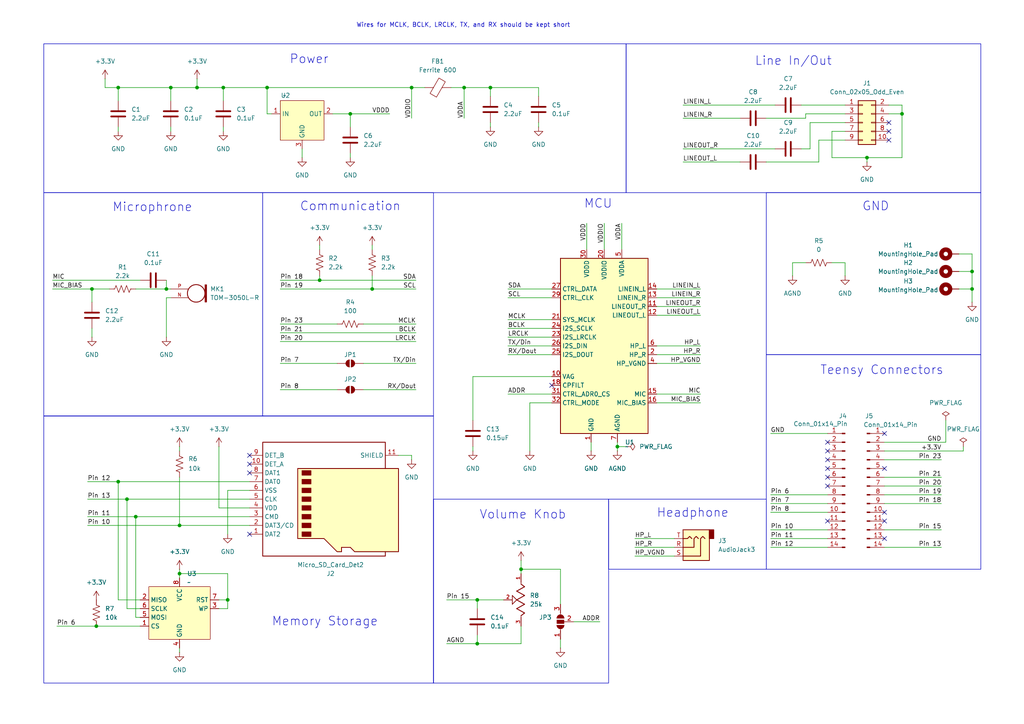
<source format=kicad_sch>
(kicad_sch (version 20231120) (generator "eeschema") (generator_version "8.0")
  (paper "A4")
  (lib_symbols
    (symbol "23LC1024T-ISN:23LC1024T-ISN"
      (property "Reference" "U" (at 0 0 0))
      (symbol "23LC1024T-ISN_1_1"
        (pin bidirectional line (at -2.54 3.81 0) (length 2.54) (name "CS") (number "1"))
        (pin bidirectional line (at -2.54 11.43 0) (length 2.54) (name "MISO") (number "2"))
        (pin bidirectional line (at 20.32 8.89 180) (length 2.54) (name "WP") (number "3"))
        (pin power_in line (at 8.89 -2.54 90) (length 2.54) (name "GND") (number "4"))
        (pin bidirectional line (at -2.54 6.35 0) (length 2.54) (name "MOSI") (number "5"))
        (pin bidirectional line (at -2.54 8.89 0) (length 2.54) (name "SCLK") (number "6"))
        (pin bidirectional line (at 20.32 11.43 180) (length 2.54) (name "RST") (number "7"))
        (pin power_in line (at 8.89 17.78 270) (length 2.54) (name "VCC") (number "8"))
      )
    )
    (symbol "3352T-1-253LF:3352T-1-253LF" (pin_names (offset 1.016))
      (property "Reference" "R" (at -5.08 5.08 0))
      (property "Value" "3352T-1-253LF" (at -5.08 2.54 0))
      (symbol "3352T-1-253LF_0_0"
        (pin passive line (at -7.62 0 0) (length 2.54) (name "~") (number "1"))
        (pin passive line (at 0 -5.08 90) (length 2.54) (name "~") (number "2"))
        (pin passive line (at 7.62 0 180) (length 2.54) (name "~") (number "3"))
      )
    )
    (symbol "AP7313-18SAG-7:AP7313-18SAG-7"
      (property "Reference" "U2" (at 2.794 11.684 0))
      (property "Value" "~" (at 2.54 11.684 0))
      (symbol "AP7313-18SAG-7_1_1"
        (pin power_in line (at -1.27 6.35 0) (length 2.54) (name "IN") (number "1"))
        (pin power_out line (at 16.51 6.35 180) (length 2.54) (name "OUT") (number "2"))
        (pin power_in line (at 7.62 -3.81 90) (length 2.54) (name "GND") (number "3"))
      )
    )
    (symbol "Connector:Conn_01x14_Pin" (pin_names (offset 1.016) hide)
      (property "Reference" "J" (at 0 17.78 0))
      (property "Value" "Conn_01x14_Pin" (at 0 -20.32 0))
      (symbol "Conn_01x14_Pin_1_1"
        (pin passive line (at 5.08 15.24 180) (length 3.81) (name "Pin_1") (number "1"))
        (pin passive line (at 5.08 -7.62 180) (length 3.81) (name "Pin_10") (number "10"))
        (pin passive line (at 5.08 -10.16 180) (length 3.81) (name "Pin_11") (number "11"))
        (pin passive line (at 5.08 -12.7 180) (length 3.81) (name "Pin_12") (number "12"))
        (pin passive line (at 5.08 -15.24 180) (length 3.81) (name "Pin_13") (number "13"))
        (pin passive line (at 5.08 -17.78 180) (length 3.81) (name "Pin_14") (number "14"))
        (pin passive line (at 5.08 12.7 180) (length 3.81) (name "Pin_2") (number "2"))
        (pin passive line (at 5.08 10.16 180) (length 3.81) (name "Pin_3") (number "3"))
        (pin passive line (at 5.08 7.62 180) (length 3.81) (name "Pin_4") (number "4"))
        (pin passive line (at 5.08 5.08 180) (length 3.81) (name "Pin_5") (number "5"))
        (pin passive line (at 5.08 2.54 180) (length 3.81) (name "Pin_6") (number "6"))
        (pin passive line (at 5.08 0 180) (length 3.81) (name "Pin_7") (number "7"))
        (pin passive line (at 5.08 -2.54 180) (length 3.81) (name "Pin_8") (number "8"))
        (pin passive line (at 5.08 -5.08 180) (length 3.81) (name "Pin_9") (number "9"))
      )
    )
    (symbol "Connector:Micro_SD_Card_Det2"
      (property "Reference" "J" (at -16.51 17.78 0))
      (property "Value" "Micro_SD_Card_Det2" (at 16.51 17.78 0))
      (symbol "Micro_SD_Card_Det2_1_1"
        (pin bidirectional line (at -22.86 10.16 0) (length 3.81) (name "DAT2") (number "1"))
        (pin passive line (at -22.86 -10.16 0) (length 3.81) (name "DET_A") (number "10"))
        (pin passive line (at 20.32 -12.7 180) (length 3.81) (name "SHIELD") (number "11"))
        (pin bidirectional line (at -22.86 7.62 0) (length 3.81) (name "DAT3/CD") (number "2"))
        (pin input line (at -22.86 5.08 0) (length 3.81) (name "CMD") (number "3"))
        (pin power_in line (at -22.86 2.54 0) (length 3.81) (name "VDD") (number "4"))
        (pin input line (at -22.86 0 0) (length 3.81) (name "CLK") (number "5"))
        (pin power_in line (at -22.86 -2.54 0) (length 3.81) (name "VSS") (number "6"))
        (pin bidirectional line (at -22.86 -5.08 0) (length 3.81) (name "DAT0") (number "7"))
        (pin bidirectional line (at -22.86 -7.62 0) (length 3.81) (name "DAT1") (number "8"))
        (pin passive line (at -22.86 -12.7 0) (length 3.81) (name "DET_B") (number "9"))
      )
    )
    (symbol "Connector_Audio:AudioJack3"
      (property "Reference" "J" (at 0 8.89 0))
      (property "Value" "AudioJack3" (at 0 6.35 0))
      (symbol "AudioJack3_1_1"
        (pin passive line (at 5.08 0 180) (length 2.54) (name "~") (number "R"))
        (pin passive line (at 5.08 2.54 180) (length 2.54) (name "~") (number "S"))
        (pin passive line (at 5.08 -2.54 180) (length 2.54) (name "~") (number "T"))
      )
    )
    (symbol "Connector_Generic:Conn_02x05_Odd_Even" (pin_names (offset 1.016) hide)
      (property "Reference" "J" (at 1.27 7.62 0))
      (property "Value" "Conn_02x05_Odd_Even" (at 1.27 -7.62 0))
      (symbol "Conn_02x05_Odd_Even_1_1"
        (pin passive line (at -5.08 5.08 0) (length 3.81) (name "Pin_1") (number "1"))
        (pin passive line (at 7.62 -5.08 180) (length 3.81) (name "Pin_10") (number "10"))
        (pin passive line (at 7.62 5.08 180) (length 3.81) (name "Pin_2") (number "2"))
        (pin passive line (at -5.08 2.54 0) (length 3.81) (name "Pin_3") (number "3"))
        (pin passive line (at 7.62 2.54 180) (length 3.81) (name "Pin_4") (number "4"))
        (pin passive line (at -5.08 0 0) (length 3.81) (name "Pin_5") (number "5"))
        (pin passive line (at 7.62 0 180) (length 3.81) (name "Pin_6") (number "6"))
        (pin passive line (at -5.08 -2.54 0) (length 3.81) (name "Pin_7") (number "7"))
        (pin passive line (at 7.62 -2.54 180) (length 3.81) (name "Pin_8") (number "8"))
        (pin passive line (at -5.08 -5.08 0) (length 3.81) (name "Pin_9") (number "9"))
      )
    )
    (symbol "Device:C" (pin_numbers hide) (pin_names (offset 0.254))
      (property "Reference" "C" (at 0.635 2.54 0))
      (property "Value" "C" (at 0.635 -2.54 0))
      (symbol "C_1_1"
        (pin passive line (at 0 3.81 270) (length 2.794) (name "~") (number "1"))
        (pin passive line (at 0 -3.81 90) (length 2.794) (name "~") (number "2"))
      )
    )
    (symbol "Device:FerriteBead" (pin_numbers hide) (pin_names (offset 0))
      (property "Reference" "FB1" (at 7.62 0.0508 90))
      (property "Value" "Ferrite 600" (at 5.08 0.0508 90))
      (symbol "FerriteBead_1_1"
        (pin power_in line (at 0 3.81 270) (length 2.54) (name "~") (number "1"))
        (pin power_out line (at 0 -3.81 90) (length 2.54) (name "~") (number "2"))
      )
    )
    (symbol "Device:R_US" (pin_numbers hide) (pin_names (offset 0))
      (property "Reference" "R" (at 2.54 0 90))
      (property "Value" "R_US" (at -2.54 0 90))
      (symbol "R_US_1_1"
        (pin passive line (at 0 3.81 270) (length 1.27) (name "~") (number "1"))
        (pin passive line (at 0 -3.81 90) (length 1.27) (name "~") (number "2"))
      )
    )
    (symbol "Jumper:SolderJumper_2_Open" (pin_numbers hide) (pin_names (offset 0) hide) (exclude_from_sim yes) (in_bom no)
      (property "Reference" "JP" (at 0 2.032 0))
      (property "Value" "SolderJumper_2_Open" (at 0 -2.54 0))
      (symbol "SolderJumper_2_Open_1_1"
        (pin passive line (at -3.81 0 0) (length 2.54) (name "A") (number "1"))
        (pin passive line (at 3.81 0 180) (length 2.54) (name "B") (number "2"))
      )
    )
    (symbol "Jumper:SolderJumper_3_Open" (pin_names (offset 0) hide) (exclude_from_sim yes) (in_bom no)
      (property "Reference" "JP" (at -2.54 -2.54 0))
      (property "Value" "SolderJumper_3_Open" (at 0 2.794 0))
      (symbol "SolderJumper_3_Open_1_1"
        (pin passive line (at -5.08 0 0) (length 2.54) (name "A") (number "1"))
        (pin passive line (at 0 -3.81 90) (length 2.54) (name "C") (number "2"))
        (pin passive line (at 5.08 0 180) (length 2.54) (name "B") (number "3"))
      )
    )
    (symbol "Mechanical:MountingHole_Pad" (pin_numbers hide) (pin_names (offset 1.016) hide) (exclude_from_sim yes) (in_bom no)
      (property "Reference" "H" (at 0 6.35 0))
      (property "Value" "MountingHole_Pad" (at 0 4.445 0))
      (symbol "MountingHole_Pad_1_1"
        (pin input line (at 0 -2.54 90) (length 2.54) (name "1") (number "1"))
      )
    )
    (symbol "SGTL5000XNBA3:SGTL5000XNBA3"
      (property "Reference" "U" (at 0 0 0))
      (symbol "SGTL5000XNBA3_1_1"
        (pin power_in line (at 8.89 -2.54 90) (length 2.54) (name "GND") (number "1"))
        (pin passive line (at -2.54 16.51 0) (length 2.54) (name "VAG") (number "10"))
        (pin output line (at 27.94 36.83 180) (length 2.54) (name "LINEOUT_R") (number "11"))
        (pin output line (at 27.94 34.29 180) (length 2.54) (name "LINEOUT_L") (number "12"))
        (pin input line (at 27.94 39.37 180) (length 2.54) (name "LINEIN_R") (number "13"))
        (pin input line (at 27.94 41.91 180) (length 2.54) (name "LINEIN_L") (number "14"))
        (pin input line (at 27.94 11.43 180) (length 2.54) (name "MIC") (number "15"))
        (pin input line (at 27.94 8.89 180) (length 2.54) (name "MIC_BIAS") (number "16"))
        (pin no_connect line (at 22.86 0 0) (length 2.54) hide (name "NC") (number "17"))
        (pin input line (at -2.54 13.97 0) (length 2.54) (name "CPFILT") (number "18"))
        (pin no_connect line (at 22.86 17.78 0) (length 2.54) hide (name "NC") (number "19"))
        (pin output line (at 27.94 22.86 180) (length 2.54) (name "HP_R") (number "2"))
        (pin power_in line (at 12.7 53.34 270) (length 2.54) (name "VDDIO") (number "20"))
        (pin input line (at -2.54 33.02 0) (length 2.54) (name "SYS_MCLK") (number "21"))
        (pin no_connect line (at 22.86 15.24 0) (length 2.54) hide (name "NC") (number "22"))
        (pin input line (at -2.54 27.94 0) (length 2.54) (name "I2S_LRCLK") (number "23"))
        (pin input line (at -2.54 30.48 0) (length 2.54) (name "I2S_SCLK") (number "24"))
        (pin output line (at -2.54 22.86 0) (length 2.54) (name "I2S_DOUT") (number "25"))
        (pin input line (at -2.54 25.4 0) (length 2.54) (name "I2S_DIN") (number "26"))
        (pin input line (at -2.54 41.91 0) (length 2.54) (name "CTRL_DATA") (number "27"))
        (pin no_connect line (at 22.86 12.7 0) (length 2.54) hide (name "NC") (number "28"))
        (pin input line (at -2.54 39.37 0) (length 2.54) (name "CTRL_CLK") (number "29"))
        (pin passive line (at 8.89 -2.54 90) (length 2.54) hide (name "GND") (number "3"))
        (pin power_in line (at 7.62 53.34 270) (length 2.54) (name "VDDD") (number "30"))
        (pin input line (at -2.54 11.43 0) (length 2.54) (name "CTRL_ADR0_CS") (number "31"))
        (pin input line (at -2.54 8.89 0) (length 2.54) (name "CTRL_MODE") (number "32"))
        (pin passive line (at 8.89 -2.54 90) (length 2.54) hide (name "GND") (number "33"))
        (pin power_out line (at 27.94 20.32 180) (length 2.54) (name "HP_VGND") (number "4"))
        (pin power_in line (at 17.78 53.34 270) (length 2.54) (name "VDDA") (number "5"))
        (pin output line (at 27.94 25.4 180) (length 2.54) (name "HP_L") (number "6"))
        (pin power_in line (at 16.51 -2.54 90) (length 2.54) (name "AGND") (number "7"))
        (pin no_connect line (at 22.86 5.08 0) (length 2.54) hide (name "NC") (number "8"))
        (pin no_connect line (at 22.86 2.54 0) (length 2.54) hide (name "NC") (number "9"))
      )
    )
    (symbol "TOM-3050L-R:TOM-3050L-R" (pin_names (offset 1.016))
      (property "Reference" "MK" (at -3.429 2.286 0))
      (property "Value" "TOM-3050L-R" (at -3.429 -6.096 0))
      (symbol "TOM-3050L-R_0_0"
        (pin passive line (at -5.08 -2.54 0) (length 5.08) (name "~") (number "N"))
        (pin passive line (at -5.08 0 0) (length 5.08) (name "~") (number "P"))
      )
    )
    (symbol "power:+3.3V" (power) (pin_numbers hide) (pin_names (offset 0) hide)
      (property "Value" "+3.3V" (at 0 3.556 0))
      (symbol "+3.3V_1_1"
        (pin power_in line (at 0 0 90) (length 0) (name "~") (number "1"))
      )
    )
    (symbol "power:GND" (power) (pin_numbers hide) (pin_names (offset 0) hide)
      (property "Value" "GND" (at 0 -3.81 0))
      (symbol "GND_1_1"
        (pin power_in line (at 0 0 270) (length 0) (name "~") (number "1"))
      )
    )
    (symbol "power:GNDA" (power) (pin_numbers hide) (pin_names (offset 0) hide)
      (property "Value" "GNDA" (at 0 -3.81 0))
      (symbol "GNDA_1_1"
        (pin power_in line (at 0 0 270) (length 0) (name "~") (number "1"))
      )
    )
    (symbol "power:PWR_FLAG" (power) (pin_numbers hide) (pin_names (offset 0) hide)
      (property "Value" "PWR_FLAG" (at 0 3.81 0))
      (symbol "PWR_FLAG_0_0"
        (pin power_out line (at 0 0 90) (length 0) (name "~") (number "1"))
      )
    )
  )
  (junction (at 52.07 166.37))
  (junction (at 134.62 25.4))
  (junction (at 34.29 25.4))
  (junction (at 119.38 25.4))
  (junction (at 251.46 45.72))
  (junction (at 49.53 25.4))
  (junction (at 151.13 165.1))
  (junction (at 142.24 25.4))
  (junction (at 66.04 173.99))
  (junction (at 26.67 83.82))
  (junction (at 179.07 129.54))
  (junction (at 138.43 186.69))
  (junction (at 261.62 33.02))
  (junction (at 36.83 144.78))
  (junction (at 77.47 25.4))
  (junction (at 39.37 149.86))
  (junction (at 281.94 83.82))
  (junction (at 101.6 33.02))
  (junction (at 281.94 78.74))
  (junction (at 48.26 83.82))
  (junction (at 138.43 173.99))
  (junction (at 92.71 81.28))
  (junction (at 107.95 83.82))
  (junction (at 52.07 152.4))
  (junction (at 57.15 25.4))
  (junction (at 27.94 181.61))
  (junction (at 34.29 139.7))
  (junction (at 64.77 25.4))
  (no_connect (at 240.03 151.13))
  (no_connect (at 240.03 140.97))
  (no_connect (at 72.39 132.08))
  (no_connect (at 72.39 154.94))
  (no_connect (at 256.54 135.89))
  (no_connect (at 240.03 135.89))
  (no_connect (at 72.39 134.62))
  (no_connect (at 256.54 148.59))
  (no_connect (at 240.03 133.35))
  (no_connect (at 257.81 38.1))
  (no_connect (at 160.02 111.76))
  (no_connect (at 240.03 130.81))
  (no_connect (at 72.39 137.16))
  (no_connect (at 256.54 156.21))
  (no_connect (at 256.54 151.13))
  (no_connect (at 240.03 138.43))
  (no_connect (at 240.03 128.27))
  (no_connect (at 256.54 125.73))
  (no_connect (at 257.81 35.56))
  (no_connect (at 257.81 40.64))
  (wire (pts (xy 198.12 43.18) (xy 224.79 43.18)))
  (wire (pts (xy 34.29 25.4) (xy 34.29 29.21)))
  (wire (pts (xy 147.32 95.25) (xy 160.02 95.25)))
  (wire (pts (xy 147.32 100.33) (xy 160.02 100.33)))
  (wire (pts (xy 151.13 181.61) (xy 151.13 186.69)))
  (wire (pts (xy 190.5 116.84) (xy 203.2 116.84)))
  (wire (pts (xy 190.5 83.82) (xy 203.2 83.82)))
  (wire (pts (xy 234.95 43.18) (xy 234.95 35.56)))
  (wire (pts (xy 223.52 125.73) (xy 240.03 125.73)))
  (wire (pts (xy 87.63 43.18) (xy 87.63 45.72)))
  (wire (pts (xy 184.15 161.29) (xy 195.58 161.29)))
  (wire (pts (xy 223.52 156.21) (xy 240.03 156.21)))
  (wire (pts (xy 179.07 129.54) (xy 181.61 129.54)))
  (wire (pts (xy 223.52 146.05) (xy 240.03 146.05)))
  (wire (pts (xy 223.52 148.59) (xy 240.03 148.59)))
  (wire (pts (xy 232.41 30.48) (xy 245.11 30.48)))
  (wire (pts (xy 156.21 25.4) (xy 156.21 27.94)))
  (wire (pts (xy 147.32 92.71) (xy 160.02 92.71)))
  (wire (pts (xy 278.13 73.66) (xy 281.94 73.66)))
  (wire (pts (xy 233.68 34.29) (xy 233.68 33.02)))
  (wire (pts (xy 101.6 45.72) (xy 101.6 44.45)))
  (wire (pts (xy 48.26 83.82) (xy 49.53 83.82)))
  (wire (pts (xy 160.02 116.84) (xy 153.67 116.84)))
  (wire (pts (xy 281.94 73.66) (xy 281.94 78.74)))
  (wire (pts (xy 52.07 165.1) (xy 52.07 166.37)))
  (wire (pts (xy 81.28 113.03) (xy 97.79 113.03)))
  (wire (pts (xy 147.32 83.82) (xy 160.02 83.82)))
  (wire (pts (xy 26.67 83.82) (xy 31.75 83.82)))
  (wire (pts (xy 256.54 138.43) (xy 273.05 138.43)))
  (wire (pts (xy 256.54 130.81) (xy 279.4 130.81)))
  (wire (pts (xy 171.45 128.27) (xy 171.45 130.81)))
  (wire (pts (xy 96.52 33.02) (xy 101.6 33.02)))
  (wire (pts (xy 40.64 173.99) (xy 34.29 173.99)))
  (wire (pts (xy 92.71 81.28) (xy 92.71 80.01)))
  (wire (pts (xy 119.38 132.08) (xy 119.38 133.35)))
  (wire (pts (xy 107.95 71.12) (xy 107.95 72.39)))
  (wire (pts (xy 241.3 45.72) (xy 251.46 45.72)))
  (wire (pts (xy 256.54 140.97) (xy 273.05 140.97)))
  (wire (pts (xy 142.24 25.4) (xy 142.24 27.94)))
  (wire (pts (xy 232.41 43.18) (xy 234.95 43.18)))
  (wire (pts (xy 66.04 142.24) (xy 66.04 154.94)))
  (wire (pts (xy 256.54 128.27) (xy 274.32 128.27)))
  (wire (pts (xy 138.43 173.99) (xy 146.05 173.99)))
  (wire (pts (xy 64.77 25.4) (xy 64.77 29.21)))
  (wire (pts (xy 190.5 102.87) (xy 203.2 102.87)))
  (wire (pts (xy 274.32 128.27) (xy 274.32 121.92)))
  (wire (pts (xy 229.87 76.2) (xy 233.68 76.2)))
  (wire (pts (xy 39.37 149.86) (xy 72.39 149.86)))
  (wire (pts (xy 105.41 105.41) (xy 120.65 105.41)))
  (wire (pts (xy 261.62 30.48) (xy 257.81 30.48)))
  (wire (pts (xy 52.07 152.4) (xy 72.39 152.4)))
  (wire (pts (xy 34.29 25.4) (xy 49.53 25.4)))
  (wire (pts (xy 279.4 130.81) (xy 279.4 129.54)))
  (wire (pts (xy 190.5 114.3) (xy 203.2 114.3)))
  (wire (pts (xy 25.4 144.78) (xy 36.83 144.78)))
  (wire (pts (xy 130.81 25.4) (xy 134.62 25.4)))
  (wire (pts (xy 72.39 147.32) (xy 63.5 147.32)))
  (wire (pts (xy 261.62 33.02) (xy 261.62 30.48)))
  (wire (pts (xy 234.95 35.56) (xy 245.11 35.56)))
  (wire (pts (xy 105.41 113.03) (xy 120.65 113.03)))
  (wire (pts (xy 81.28 81.28) (xy 92.71 81.28)))
  (wire (pts (xy 39.37 83.82) (xy 48.26 83.82)))
  (wire (pts (xy 66.04 173.99) (xy 66.04 166.37)))
  (wire (pts (xy 138.43 186.69) (xy 138.43 184.15)))
  (wire (pts (xy 147.32 97.79) (xy 160.02 97.79)))
  (wire (pts (xy 52.07 129.54) (xy 52.07 130.81)))
  (wire (pts (xy 256.54 133.35) (xy 273.05 133.35)))
  (wire (pts (xy 198.12 34.29) (xy 214.63 34.29)))
  (wire (pts (xy 237.49 46.99) (xy 237.49 40.64)))
  (wire (pts (xy 170.18 64.77) (xy 170.18 72.39)))
  (wire (pts (xy 142.24 36.83) (xy 142.24 35.56)))
  (wire (pts (xy 40.64 179.07) (xy 39.37 179.07)))
  (wire (pts (xy 66.04 166.37) (xy 52.07 166.37)))
  (wire (pts (xy 137.16 109.22) (xy 137.16 121.92)))
  (wire (pts (xy 241.3 38.1) (xy 241.3 45.72)))
  (wire (pts (xy 92.71 71.12) (xy 92.71 72.39)))
  (wire (pts (xy 57.15 22.86) (xy 57.15 25.4)))
  (wire (pts (xy 281.94 78.74) (xy 278.13 78.74)))
  (wire (pts (xy 26.67 83.82) (xy 26.67 87.63)))
  (wire (pts (xy 147.32 114.3) (xy 160.02 114.3)))
  (wire (pts (xy 241.3 38.1) (xy 245.11 38.1)))
  (wire (pts (xy 77.47 33.02) (xy 78.74 33.02)))
  (wire (pts (xy 25.4 152.4) (xy 52.07 152.4)))
  (wire (pts (xy 16.51 181.61) (xy 27.94 181.61)))
  (wire (pts (xy 138.43 173.99) (xy 138.43 176.53)))
  (wire (pts (xy 57.15 25.4) (xy 64.77 25.4)))
  (wire (pts (xy 237.49 40.64) (xy 245.11 40.64)))
  (wire (pts (xy 81.28 83.82) (xy 107.95 83.82)))
  (wire (pts (xy 162.56 185.42) (xy 162.56 187.96)))
  (wire (pts (xy 25.4 139.7) (xy 34.29 139.7)))
  (wire (pts (xy 184.15 156.21) (xy 195.58 156.21)))
  (wire (pts (xy 147.32 86.36) (xy 160.02 86.36)))
  (wire (pts (xy 134.62 25.4) (xy 134.62 34.29)))
  (wire (pts (xy 142.24 25.4) (xy 156.21 25.4)))
  (wire (pts (xy 63.5 129.54) (xy 63.5 147.32)))
  (wire (pts (xy 40.64 176.53) (xy 36.83 176.53)))
  (wire (pts (xy 34.29 36.83) (xy 34.29 38.1)))
  (wire (pts (xy 175.26 64.77) (xy 175.26 72.39)))
  (wire (pts (xy 39.37 179.07) (xy 39.37 149.86)))
  (wire (pts (xy 119.38 25.4) (xy 123.19 25.4)))
  (wire (pts (xy 256.54 143.51) (xy 273.05 143.51)))
  (wire (pts (xy 190.5 91.44) (xy 203.2 91.44)))
  (wire (pts (xy 115.57 132.08) (xy 119.38 132.08)))
  (wire (pts (xy 138.43 186.69) (xy 151.13 186.69)))
  (wire (pts (xy 26.67 97.79) (xy 26.67 95.25)))
  (wire (pts (xy 105.41 93.98) (xy 120.65 93.98)))
  (wire (pts (xy 233.68 33.02) (xy 245.11 33.02)))
  (wire (pts (xy 49.53 36.83) (xy 49.53 38.1)))
  (wire (pts (xy 36.83 144.78) (xy 72.39 144.78)))
  (wire (pts (xy 30.48 22.86) (xy 30.48 25.4)))
  (wire (pts (xy 184.15 158.75) (xy 195.58 158.75)))
  (wire (pts (xy 49.53 25.4) (xy 57.15 25.4)))
  (wire (pts (xy 166.37 180.34) (xy 173.99 180.34)))
  (wire (pts (xy 66.04 142.24) (xy 72.39 142.24)))
  (wire (pts (xy 153.67 116.84) (xy 153.67 130.81)))
  (wire (pts (xy 49.53 25.4) (xy 49.53 29.21)))
  (wire (pts (xy 229.87 76.2) (xy 229.87 80.01)))
  (wire (pts (xy 151.13 162.56) (xy 151.13 165.1)))
  (wire (pts (xy 223.52 158.75) (xy 240.03 158.75)))
  (wire (pts (xy 281.94 83.82) (xy 281.94 87.63)))
  (wire (pts (xy 15.24 83.82) (xy 26.67 83.82)))
  (wire (pts (xy 256.54 158.75) (xy 273.05 158.75)))
  (wire (pts (xy 222.25 46.99) (xy 237.49 46.99)))
  (wire (pts (xy 52.07 138.43) (xy 52.07 152.4)))
  (wire (pts (xy 101.6 33.02) (xy 113.03 33.02)))
  (wire (pts (xy 223.52 153.67) (xy 240.03 153.67)))
  (wire (pts (xy 198.12 46.99) (xy 214.63 46.99)))
  (wire (pts (xy 52.07 166.37) (xy 52.07 167.64)))
  (wire (pts (xy 107.95 83.82) (xy 120.65 83.82)))
  (wire (pts (xy 36.83 144.78) (xy 36.83 176.53)))
  (wire (pts (xy 223.52 143.51) (xy 240.03 143.51)))
  (wire (pts (xy 101.6 33.02) (xy 101.6 36.83)))
  (wire (pts (xy 129.54 186.69) (xy 138.43 186.69)))
  (wire (pts (xy 64.77 25.4) (xy 77.47 25.4)))
  (wire (pts (xy 190.5 100.33) (xy 203.2 100.33)))
  (wire (pts (xy 77.47 25.4) (xy 119.38 25.4)))
  (wire (pts (xy 278.13 83.82) (xy 281.94 83.82)))
  (wire (pts (xy 190.5 105.41) (xy 203.2 105.41)))
  (wire (pts (xy 251.46 45.72) (xy 251.46 46.99)))
  (wire (pts (xy 81.28 93.98) (xy 97.79 93.98)))
  (wire (pts (xy 34.29 139.7) (xy 34.29 173.99)))
  (wire (pts (xy 30.48 25.4) (xy 34.29 25.4)))
  (wire (pts (xy 25.4 149.86) (xy 39.37 149.86)))
  (wire (pts (xy 49.53 86.36) (xy 48.26 86.36)))
  (wire (pts (xy 34.29 139.7) (xy 72.39 139.7)))
  (wire (pts (xy 190.5 88.9) (xy 203.2 88.9)))
  (wire (pts (xy 81.28 105.41) (xy 97.79 105.41)))
  (wire (pts (xy 222.25 34.29) (xy 233.68 34.29)))
  (wire (pts (xy 151.13 165.1) (xy 162.56 165.1)))
  (wire (pts (xy 15.24 81.28) (xy 40.64 81.28)))
  (wire (pts (xy 190.5 86.36) (xy 203.2 86.36)))
  (wire (pts (xy 81.28 99.06) (xy 120.65 99.06)))
  (wire (pts (xy 179.07 129.54) (xy 179.07 130.81)))
  (wire (pts (xy 245.11 76.2) (xy 245.11 80.01)))
  (wire (pts (xy 160.02 109.22) (xy 137.16 109.22)))
  (wire (pts (xy 137.16 129.54) (xy 137.16 130.81)))
  (wire (pts (xy 162.56 165.1) (xy 162.56 175.26)))
  (wire (pts (xy 63.5 173.99) (xy 66.04 173.99)))
  (wire (pts (xy 129.54 173.99) (xy 138.43 173.99)))
  (wire (pts (xy 180.34 64.77) (xy 180.34 72.39)))
  (wire (pts (xy 281.94 78.74) (xy 281.94 83.82)))
  (wire (pts (xy 40.64 181.61) (xy 27.94 181.61)))
  (wire (pts (xy 251.46 45.72) (xy 261.62 45.72)))
  (wire (pts (xy 63.5 176.53) (xy 66.04 176.53)))
  (wire (pts (xy 151.13 165.1) (xy 151.13 166.37)))
  (wire (pts (xy 48.26 81.28) (xy 48.26 83.82)))
  (wire (pts (xy 256.54 146.05) (xy 273.05 146.05)))
  (wire (pts (xy 77.47 33.02) (xy 77.47 25.4)))
  (wire (pts (xy 147.32 102.87) (xy 160.02 102.87)))
  (wire (pts (xy 134.62 25.4) (xy 142.24 25.4)))
  (wire (pts (xy 156.21 36.83) (xy 156.21 35.56)))
  (wire (pts (xy 107.95 83.82) (xy 107.95 80.01)))
  (wire (pts (xy 179.07 128.27) (xy 179.07 129.54)))
  (wire (pts (xy 256.54 153.67) (xy 273.05 153.67)))
  (wire (pts (xy 261.62 45.72) (xy 261.62 33.02)))
  (wire (pts (xy 64.77 36.83) (xy 64.77 38.1)))
  (wire (pts (xy 81.28 96.52) (xy 120.65 96.52)))
  (wire (pts (xy 52.07 189.23) (xy 52.07 187.96)))
  (wire (pts (xy 257.81 33.02) (xy 261.62 33.02)))
  (wire (pts (xy 241.3 76.2) (xy 245.11 76.2)))
  (wire (pts (xy 198.12 30.48) (xy 224.79 30.48)))
  (wire (pts (xy 48.26 86.36) (xy 48.26 97.79)))
  (wire (pts (xy 66.04 176.53) (xy 66.04 173.99)))
  (wire (pts (xy 92.71 81.28) (xy 120.65 81.28)))
  (wire (pts (xy 119.38 25.4) (xy 119.38 34.29)))
  (rectangle (start 12.7 55.88) (end 76.2 120.65))
  (rectangle (start 76.2 55.88) (end 125.73 120.65))
  (rectangle (start 176.53 144.78) (end 222.25 165.1))
  (rectangle (start 222.25 55.88) (end 284.48 102.87))
  (rectangle (start 222.25 102.87) (end 284.48 165.1))
  (rectangle (start 12.7 120.65) (end 125.73 198.12))
  (rectangle (start 125.73 144.78) (end 176.53 198.12))
  (rectangle (start 12.7 12.7) (end 181.61 55.88))
  (rectangle (start 181.61 12.7) (end 284.48 55.88))
  (text "Microphrone" (at 44.196 60.198 0) (effects (font (size 2.54 2.54))))
  (text "Volume Knob" (at 151.638 149.352 0) (effects (font (size 2.54 2.54))))
  (text "Headphone" (at 200.914 148.844 0) (effects (font (size 2.54 2.54))))
  (text "Power" (at 89.662 17.272 0) (effects (font (size 2.54 2.54))))
  (text "Memory Storage" (at 94.234 180.34 0) (effects (font (size 2.54 2.54))))
  (text "Teensy Connectors" (at 255.778 107.442 0) (effects (font (size 2.54 2.54))))
  (text "MCU" (at 173.482 59.182 0) (effects (font (size 2.54 2.54))))
  (text "Communication" (at 101.6 59.944 0) (effects (font (size 2.54 2.54))))
  (text "Wires for MCLK, BCLK, LRCLK, TX, and RX should be kept short" (at 134.366 7.366 0) (effects (font (size 1.27 1.27))))
  (text "GND" (at 254 59.944 0) (effects (font (size 2.54 2.54))))
  (text "Line In/Out" (at 230.124 17.78 0) (effects (font (size 2.54 2.54))))
  (label "Pin 11" (at 223.52 156.21 0))
  (label "SCL" (at 120.65 83.82 180))
  (label "LINEIN_L" (at 203.2 83.82 180))
  (label "HP_VGND" (at 203.2 105.41 180))
  (label "VDDA" (at 134.62 34.29 90))
  (label "Pin 11" (at 25.4 149.86 0))
  (label "Pin 20" (at 81.28 99.06 0))
  (label "SDA" (at 147.32 83.82 0))
  (label "Pin 6" (at 16.51 181.61 0))
  (label "Pin 7" (at 223.52 146.05 0))
  (label "Pin 6" (at 223.52 143.51 0))
  (label "Pin 23" (at 81.28 93.98 0))
  (label "Pin 12" (at 25.4 139.7 0))
  (label "MIC" (at 203.2 114.3 180))
  (label "HP_R" (at 184.15 158.75 0))
  (label "RX{slash}Dout" (at 120.65 113.03 180))
  (label "SCL" (at 147.32 86.36 0))
  (label "Pin 10" (at 25.4 152.4 0))
  (label "AGND" (at 129.54 186.69 0))
  (label "Pin 7" (at 81.28 105.41 0))
  (label "LINEOUT_L" (at 203.2 91.44 180))
  (label "HP_L" (at 203.2 100.33 180))
  (label "GND" (at 223.52 125.73 0))
  (label "ADDR" (at 173.99 180.34 180))
  (label "Pin 8" (at 81.28 113.03 0))
  (label "GND" (at 273.05 128.27 180))
  (label "Pin 20" (at 273.05 140.97 180))
  (label "LINEOUT_R" (at 203.2 88.9 180))
  (label "MIC" (at 15.24 81.28 0))
  (label "Pin 13" (at 273.05 158.75 180))
  (label "MIC_BIAS" (at 15.24 83.82 0))
  (label "HP_VGND" (at 184.15 161.29 0))
  (label "LINEIN_R" (at 203.2 86.36 180))
  (label "HP_R" (at 203.2 102.87 180))
  (label "ADDR" (at 147.32 114.3 0))
  (label "Pin 13" (at 25.4 144.78 0))
  (label "Pin 21" (at 81.28 96.52 0))
  (label "TX{slash}Din" (at 120.65 105.41 180))
  (label "MCLK" (at 147.32 92.71 0))
  (label "+3.3V" (at 273.05 130.81 180))
  (label "Pin 19" (at 273.05 143.51 180))
  (label "Pin 12" (at 223.52 158.75 0))
  (label "BCLK" (at 120.65 96.52 180))
  (label "Pin 15" (at 273.05 153.67 180))
  (label "Pin 19" (at 81.28 83.82 0))
  (label "VDDIO" (at 175.26 64.77 270))
  (label "Pin 21" (at 273.05 138.43 180))
  (label "Pin 18" (at 81.28 81.28 0))
  (label "Pin 15" (at 129.54 173.99 0))
  (label "VDDD" (at 170.18 64.77 270))
  (label "HP_L" (at 184.15 156.21 0))
  (label "Pin 10" (at 223.52 153.67 0))
  (label "Pin 8" (at 223.52 148.59 0))
  (label "VDDIO" (at 119.38 34.29 90))
  (label "VDDD" (at 113.03 33.02 180))
  (label "SDA" (at 120.65 81.28 180))
  (label "Pin 23" (at 273.05 133.35 180))
  (label "LINEOUT_R" (at 198.12 43.18 0))
  (label "Pin 18" (at 273.05 146.05 180))
  (label "VDDA" (at 180.34 64.77 270))
  (label "LINEIN_R" (at 198.12 34.29 0))
  (label "MCLK" (at 120.65 93.98 180))
  (label "BCLK" (at 147.32 95.25 0))
  (label "LINEIN_L" (at 198.12 30.48 0))
  (label "LRCLK" (at 120.65 99.06 180))
  (label "RX{slash}Dout" (at 147.32 102.87 0))
  (label "LRCLK" (at 147.32 97.79 0))
  (label "TX{slash}Din" (at 147.32 100.33 0))
  (label "LINEOUT_L" (at 198.12 46.99 0))
  (label "MIC_BIAS" (at 203.2 116.84 180))
  (symbol (lib_id "Device:C") (at 218.44 34.29 90) (unit 1)
    (property "Reference" "C8" (at 218.44 26.67 90))
    (property "Value" "2.2uF" (at 218.44 29.21 90))
    (property "Footprint" "Capacitor_SMD:C_0402_1005Metric" (effects (hide yes)))
    (property "Description" "Unpolarized capacitor" (effects (hide yes)))
  )
  (symbol (lib_id "Connector:Conn_01x14_Pin") (at 251.46 140.97 0) (unit 1)
    (property "Reference" "J5" (at 252.095 120.65 0))
    (property "Value" "Conn_01x14_Pin" (at 258.318 123.19 0))
    (property "Footprint" "Connector_PinHeader_2.54mm:PinHeader_1x14_P2.54mm_Vertical" (effects (hide yes)))
    (property "Description" "Generic connector, single row, 01x14, script generated" (effects (hide yes)))
  )
  (symbol (lib_id "Device:C") (at 228.6 30.48 90) (unit 1)
    (property "Reference" "C7" (at 228.6 22.86 90))
    (property "Value" "2.2uF" (at 228.6 25.4 90))
    (property "Footprint" "Capacitor_SMD:C_0402_1005Metric" (effects (hide yes)))
    (property "Description" "Unpolarized capacitor" (effects (hide yes)))
  )
  (symbol (lib_id "power:+3.3V") (at 151.13 162.56 0) (unit 1)
    (property "Reference" "#PWR020" (effects (hide yes)))
    (property "Value" "+3.3V" (at 151.13 157.48 0))
    (property "Description" "Power symbol creates a global label with name \"+3.3V\"" (effects (hide yes)))
  )
  (symbol (lib_id "Device:R_US") (at 35.56 83.82 90) (unit 1)
    (property "Reference" "R1" (at 35.56 77.47 90))
    (property "Value" "2.2k" (at 35.56 80.01 90))
    (property "Footprint" "Resistor_SMD:R_0402_1005Metric" (effects (hide yes)))
    (property "Description" "Resistor, US symbol" (effects (hide yes)))
  )
  (symbol (lib_id "Device:R_US") (at 52.07 134.62 0) (unit 1)
    (property "Reference" "R6" (at 54.61 133.096 0) (effects (justify left)))
    (property "Value" "10k" (at 54.61 135.8899 0) (effects (justify left)))
    (property "Footprint" "Resistor_SMD:R_0402_1005Metric" (effects (hide yes)))
    (property "Description" "Resistor, US symbol" (effects (hide yes)))
  )
  (symbol (lib_id "SGTL5000XNBA3:SGTL5000XNBA3") (at 162.56 125.73 0) (unit 1)
    (property "Reference" "U1" (at 181.2641 128.27 0) (effects (justify left)))
    (property "Value" "~" (at 181.2641 129.54 0) (effects (justify left)))
    (property "Footprint" "Package_DFN_QFN:QFN-32-1EP_5x5mm_P0.5mm_EP3.6x3.6mm" (effects (hide yes)))
  )
  (symbol (lib_id "Device:C") (at 49.53 33.02 0) (unit 1)
    (property "Reference" "C2" (at 53.34 31.7499 0) (effects (justify left)))
    (property "Value" "0.1uF" (at 53.34 34.2899 0) (effects (justify left)))
    (property "Footprint" "Capacitor_SMD:C_0402_1005Metric" (effects (hide yes)))
    (property "Description" "Unpolarized capacitor" (effects (hide yes)))
  )
  (symbol (lib_id "Device:R_US") (at 27.94 177.8 0) (unit 1)
    (property "Reference" "R7" (at 30.48 176.5299 0) (effects (justify left)))
    (property "Value" "10k" (at 30.48 179.0699 0) (effects (justify left)))
    (property "Footprint" "Resistor_SMD:R_0402_1005Metric" (effects (hide yes)))
    (property "Description" "Resistor, US symbol" (effects (hide yes)))
  )
  (symbol (lib_id "power:+3.3V") (at 30.48 22.86 0) (unit 1)
    (property "Reference" "#PWR024" (effects (hide yes)))
    (property "Value" "+3.3V" (at 30.48 17.78 0))
    (property "Description" "Power symbol creates a global label with name \"+3.3V\"" (effects (hide yes)))
  )
  (symbol (lib_id "Device:FerriteBead") (at 127 25.4 90) (unit 1)
    (property "Reference" "FB1" (at 126.9492 17.78 90))
    (property "Value" "Ferrite 600" (at 126.9492 20.32 90))
    (property "Footprint" "Inductor_SMD:L_0402_1005Metric" (effects (hide yes)))
    (property "Description" "Ferrite bead" (effects (hide yes)))
  )
  (symbol (lib_id "power:GNDA") (at 179.07 130.81 0) (unit 1)
    (property "Reference" "#PWR027" (effects (hide yes)))
    (property "Value" "AGND" (at 179.07 135.89 0))
    (property "Description" "Power symbol creates a global label with name \"GNDA\" , analog ground" (effects (hide yes)))
  )
  (symbol (lib_id "Mechanical:MountingHole_Pad") (at 275.59 83.82 90) (unit 1) (exclude_from_sim yes) (in_bom no)
    (property "Reference" "H3" (at 263.398 81.534 90))
    (property "Value" "MountingHole_Pad" (at 263.398 84.074 90))
    (property "Footprint" "MountingHole:MountingHole_3.2mm_M3_ISO7380_Pad" (effects (hide yes)))
    (property "Description" "Mounting Hole with connection" (effects (hide yes)))
  )
  (symbol (lib_id "power:GND") (at 64.77 38.1 0) (unit 1)
    (property "Reference" "#PWR05" (effects (hide yes)))
    (property "Value" "GND" (at 64.77 43.18 0))
    (property "Description" "Power symbol creates a global label with name \"GND\" , ground" (effects (hide yes)))
  )
  (symbol (lib_id "Connector_Audio:AudioJack3") (at 200.66 158.75 180) (unit 1)
    (property "Reference" "J3" (at 208.28 156.8449 0) (effects (justify right)))
    (property "Value" "AudioJack3" (at 208.28 159.3849 0) (effects (justify right)))
    (property "Footprint" "Connector_Audio:Jack_3.5mm_CUI_SJ-3523-SMT_Horizontal" (effects (hide yes)))
    (property "Description" "Audio Jack, 3 Poles (Stereo / TRS)" (effects (hide yes)))
  )
  (symbol (lib_id "power:GND") (at 52.07 189.23 0) (unit 1)
    (property "Reference" "#PWR015" (effects (hide yes)))
    (property "Value" "GND" (at 52.07 194.31 0))
    (property "Description" "Power symbol creates a global label with name \"GND\" , ground" (effects (hide yes)))
  )
  (symbol (lib_id "power:PWR_FLAG") (at 181.61 129.54 270) (unit 1)
    (property "Reference" "#FLG03" (effects (hide yes)))
    (property "Value" "PWR_FLAG" (at 185.42 129.5399 90) (effects (justify left)))
    (property "Description" "Special symbol for telling ERC where power comes from" (effects (hide yes)))
  )
  (symbol (lib_id "Device:C") (at 142.24 31.75 0) (unit 1)
    (property "Reference" "C4" (at 146.05 30.4799 0) (effects (justify left)))
    (property "Value" "2.2uF" (at 146.05 33.0199 0) (effects (justify left)))
    (property "Footprint" "Capacitor_SMD:C_0402_1005Metric" (effects (hide yes)))
    (property "Description" "Unpolarized capacitor" (effects (hide yes)))
  )
  (symbol (lib_id "power:GND") (at 251.46 46.99 0) (unit 1)
    (property "Reference" "#PWR014" (effects (hide yes)))
    (property "Value" "GND" (at 251.46 52.07 0))
    (property "Description" "Power symbol creates a global label with name \"GND\" , ground" (effects (hide yes)))
  )
  (symbol (lib_id "power:GND") (at 153.67 130.81 0) (unit 1)
    (property "Reference" "#PWR028" (effects (hide yes)))
    (property "Value" "GND" (at 153.67 135.89 0))
    (property "Description" "Power symbol creates a global label with name \"GND\" , ground" (effects (hide yes)))
  )
  (symbol (lib_id "power:GND") (at 66.04 154.94 0) (unit 1)
    (property "Reference" "#PWR012" (effects (hide yes)))
    (property "Value" "GND" (at 66.04 160.02 0))
    (property "Description" "Power symbol creates a global label with name \"GND\" , ground" (effects (hide yes)))
  )
  (symbol (lib_id "power:PWR_FLAG") (at 279.4 129.54 0) (unit 1)
    (property "Reference" "#FLG02" (effects (hide yes)))
    (property "Value" "PWR_FLAG" (at 279.4 124.46 0))
    (property "Description" "Special symbol for telling ERC where power comes from" (effects (hide yes)))
  )
  (symbol (lib_id "power:GND") (at 49.53 38.1 0) (unit 1)
    (property "Reference" "#PWR06" (effects (hide yes)))
    (property "Value" "GND" (at 49.53 43.18 0))
    (property "Description" "Power symbol creates a global label with name \"GND\" , ground" (effects (hide yes)))
  )
  (symbol (lib_id "AP7313-18SAG-7:AP7313-18SAG-7") (at 80.01 39.37 0) (unit 1)
    (property "Reference" "U2" (at 82.804 27.686 0))
    (property "Value" "~" (at 82.55 27.686 0))
    (property "Footprint" "AP7313-18SAG-7:SOT95P260X110-3N" (effects (hide yes)))
  )
  (symbol (lib_id "power:+3.3V") (at 63.5 129.54 0) (unit 1)
    (property "Reference" "#PWR016" (effects (hide yes)))
    (property "Value" "+3.3V" (at 63.5 124.46 0))
    (property "Description" "Power symbol creates a global label with name \"+3.3V\"" (effects (hide yes)))
  )
  (symbol (lib_id "Connector_Generic:Conn_02x05_Odd_Even") (at 250.19 35.56 0) (unit 1)
    (property "Reference" "J1" (at 251.46 24.13 0))
    (property "Value" "Conn_02x05_Odd_Even" (at 251.46 26.67 0))
    (property "Footprint" "Connector_PinHeader_2.54mm:PinHeader_2x05_P2.54mm_Vertical" (effects (hide yes)))
    (property "Description" "Generic connector, double row, 02x05, odd/even pin numbering scheme (row 1 odd numbers, row 2 even numbers), script generated (kicad-library-utils/schlib/autogen/connector/)" (effects (hide yes)))
  )
  (symbol (lib_id "power:+3.3V") (at 107.95 71.12 0) (unit 1)
    (property "Reference" "#PWR022" (effects (hide yes)))
    (property "Value" "+3.3V" (at 107.95 66.04 0))
    (property "Description" "Power symbol creates a global label with name \"+3.3V\"" (effects (hide yes)))
  )
  (symbol (lib_id "Jumper:SolderJumper_2_Open") (at 101.6 105.41 0) (unit 1) (exclude_from_sim yes) (in_bom no)
    (property "Reference" "JP1" (at 101.6 102.87 0))
    (property "Value" "SolderJumper_2_Open" (effects (hide yes)))
    (property "Footprint" "Jumper:SolderJumper-2_P1.3mm_Open_Pad1.0x1.5mm" (effects (hide yes)))
    (property "Description" "Solder Jumper, 2-pole, open" (effects (hide yes)))
  )
  (symbol (lib_id "Device:R_US") (at 237.49 76.2 90) (unit 1)
    (property "Reference" "R5" (at 237.49 69.85 90))
    (property "Value" "0" (at 237.49 72.39 90))
    (property "Footprint" "Resistor_SMD:R_0402_1005Metric" (effects (hide yes)))
    (property "Description" "Resistor, US symbol" (effects (hide yes)))
  )
  (symbol (lib_id "power:GND") (at 245.11 80.01 0) (unit 1)
    (property "Reference" "#PWR013" (effects (hide yes)))
    (property "Value" "GND" (at 245.11 85.09 0))
    (property "Description" "Power symbol creates a global label with name \"GND\" , ground" (effects (hide yes)))
  )
  (symbol (lib_id "power:GND") (at 101.6 45.72 0) (unit 1)
    (property "Reference" "#PWR03" (effects (hide yes)))
    (property "Value" "GND" (at 101.6 50.8 0))
    (property "Description" "Power symbol creates a global label with name \"GND\" , ground" (effects (hide yes)))
  )
  (symbol (lib_id "power:GND") (at 48.26 97.79 0) (unit 1)
    (property "Reference" "#PWR011" (effects (hide yes)))
    (property "Value" "GND" (at 48.26 102.87 0))
    (property "Description" "Power symbol creates a global label with name \"GND\" , ground" (effects (hide yes)))
  )
  (symbol (lib_id "power:GND") (at 281.94 87.63 0) (mirror y) (unit 1)
    (property "Reference" "#PWR030" (effects (hide yes)))
    (property "Value" "GND" (at 281.94 92.71 0))
    (property "Description" "Power symbol creates a global label with name \"GND\" , ground" (effects (hide yes)))
  )
  (symbol (lib_id "power:+3.3V") (at 92.71 71.12 0) (unit 1)
    (property "Reference" "#PWR021" (effects (hide yes)))
    (property "Value" "+3.3V" (at 92.71 66.04 0))
    (property "Description" "Power symbol creates a global label with name \"+3.3V\"" (effects (hide yes)))
  )
  (symbol (lib_id "Device:C") (at 137.16 125.73 180) (unit 1)
    (property "Reference" "C13" (at 140.97 124.4599 0) (effects (justify right)))
    (property "Value" "0.15uF" (at 140.97 126.9999 0) (effects (justify right)))
    (property "Footprint" "Capacitor_SMD:C_0402_1005Metric" (effects (hide yes)))
    (property "Description" "Unpolarized capacitor" (effects (hide yes)))
  )
  (symbol (lib_id "Device:C") (at 138.43 180.34 180) (unit 1)
    (property "Reference" "C14" (at 142.24 179.0699 0) (effects (justify right)))
    (property "Value" "0.1uF" (at 142.24 181.6099 0) (effects (justify right)))
    (property "Footprint" "Capacitor_SMD:C_0402_1005Metric" (effects (hide yes)))
    (property "Description" "Unpolarized capacitor" (effects (hide yes)))
  )
  (symbol (lib_id "power:GND") (at 162.56 187.96 0) (unit 1)
    (property "Reference" "#PWR026" (effects (hide yes)))
    (property "Value" "GND" (at 162.56 193.04 0))
    (property "Description" "Power symbol creates a global label with name \"GND\" , ground" (effects (hide yes)))
  )
  (symbol (lib_id "power:GND") (at 156.21 36.83 0) (unit 1)
    (property "Reference" "#PWR01" (effects (hide yes)))
    (property "Value" "GND" (at 156.21 41.91 0))
    (property "Description" "Power symbol creates a global label with name \"GND\" , ground" (effects (hide yes)))
  )
  (symbol (lib_id "Mechanical:MountingHole_Pad") (at 275.59 78.74 90) (unit 1) (exclude_from_sim yes) (in_bom no)
    (property "Reference" "H2" (at 263.398 76.2 90))
    (property "Value" "MountingHole_Pad" (at 263.398 78.74 90))
    (property "Footprint" "MountingHole:MountingHole_3.2mm_M3_ISO7380_Pad" (effects (hide yes)))
    (property "Description" "Mounting Hole with connection" (effects (hide yes)))
  )
  (symbol (lib_id "Connector:Conn_01x14_Pin") (at 245.11 140.97 0) (mirror y) (unit 1)
    (property "Reference" "J4" (at 244.475 120.65 0))
    (property "Value" "Conn_01x14_Pin" (at 237.998 122.936 0))
    (property "Footprint" "Connector_PinHeader_2.54mm:PinHeader_1x14_P2.54mm_Vertical" (effects (hide yes)))
    (property "Description" "Generic connector, single row, 01x14, script generated" (effects (hide yes)))
  )
  (symbol (lib_id "23LC1024T-ISN:23LC1024T-ISN") (at 43.18 185.42 0) (unit 1)
    (property "Reference" "U3" (at 54.2641 166.37 0) (effects (justify left)))
    (property "Value" "~" (at 54.2641 168.91 0) (effects (justify left)))
    (property "Footprint" "23LC1024T-I_SN:SOIC127P600X175-8N" (effects (hide yes)))
  )
  (symbol (lib_id "Device:R_US") (at 107.95 76.2 180) (unit 1)
    (property "Reference" "R3" (at 110.49 74.9299 0) (effects (justify right)))
    (property "Value" "2.2k" (at 110.49 77.4699 0) (effects (justify right)))
    (property "Footprint" "Resistor_SMD:R_0402_1005Metric" (effects (hide yes)))
    (property "Description" "Resistor, US symbol" (effects (hide yes)))
  )
  (symbol (lib_id "Device:C") (at 44.45 81.28 90) (unit 1)
    (property "Reference" "C11" (at 44.45 73.66 90))
    (property "Value" "0.1uF" (at 44.45 76.2 90))
    (property "Footprint" "Capacitor_SMD:C_0402_1005Metric" (effects (hide yes)))
    (property "Description" "Unpolarized capacitor" (effects (hide yes)))
  )
  (symbol (lib_id "power:GND") (at 34.29 38.1 0) (unit 1)
    (property "Reference" "#PWR07" (effects (hide yes)))
    (property "Value" "GND" (at 34.29 43.18 0))
    (property "Description" "Power symbol creates a global label with name \"GND\" , ground" (effects (hide yes)))
  )
  (symbol (lib_id "Jumper:SolderJumper_2_Open") (at 101.6 113.03 0) (unit 1) (exclude_from_sim yes) (in_bom no)
    (property "Reference" "JP2" (at 101.6 109.982 0))
    (property "Value" "SolderJumper_2_Open" (effects (hide yes)))
    (property "Footprint" "Jumper:SolderJumper-2_P1.3mm_Open_Pad1.0x1.5mm" (effects (hide yes)))
    (property "Description" "Solder Jumper, 2-pole, open" (effects (hide yes)))
  )
  (symbol (lib_id "power:GND") (at 137.16 130.81 0) (unit 1)
    (property "Reference" "#PWR08" (effects (hide yes)))
    (property "Value" "GND" (at 137.16 135.89 0))
    (property "Description" "Power symbol creates a global label with name \"GND\" , ground" (effects (hide yes)))
  )
  (symbol (lib_id "power:+3.3V") (at 52.07 129.54 0) (unit 1)
    (property "Reference" "#PWR019" (effects (hide yes)))
    (property "Value" "+3.3V" (at 52.07 124.46 0))
    (property "Description" "Power symbol creates a global label with name \"+3.3V\"" (effects (hide yes)))
  )
  (symbol (lib_id "Device:C") (at 101.6 40.64 0) (unit 1)
    (property "Reference" "C6" (at 105.41 39.3699 0) (effects (justify left)))
    (property "Value" "2.2uF" (at 105.41 41.9099 0) (effects (justify left)))
    (property "Footprint" "Capacitor_SMD:C_0402_1005Metric" (effects (hide yes)))
    (property "Description" "Unpolarized capacitor" (effects (hide yes)))
  )
  (symbol (lib_id "Device:C") (at 156.21 31.75 0) (unit 1)
    (property "Reference" "C5" (at 160.02 30.4799 0) (effects (justify left)))
    (property "Value" "0.1uF" (at 160.02 33.0199 0) (effects (justify left)))
    (property "Footprint" "Capacitor_SMD:C_0402_1005Metric" (effects (hide yes)))
    (property "Description" "Unpolarized capacitor" (effects (hide yes)))
  )
  (symbol (lib_id "power:PWR_FLAG") (at 274.32 121.92 0) (unit 1)
    (property "Reference" "#FLG01" (effects (hide yes)))
    (property "Value" "PWR_FLAG" (at 274.32 116.84 0))
    (property "Description" "Special symbol for telling ERC where power comes from" (effects (hide yes)))
  )
  (symbol (lib_id "Mechanical:MountingHole_Pad") (at 275.59 73.66 90) (unit 1) (exclude_from_sim yes) (in_bom no)
    (property "Reference" "H1" (at 263.398 71.12 90))
    (property "Value" "MountingHole_Pad" (at 263.398 73.66 90))
    (property "Footprint" "MountingHole:MountingHole_3.2mm_M3_ISO7380_Pad" (effects (hide yes)))
    (property "Description" "Mounting Hole with connection" (effects (hide yes)))
  )
  (symbol (lib_id "Connector:Micro_SD_Card_Det2") (at 95.25 144.78 0) (mirror x) (unit 1)
    (property "Reference" "J2" (at 95.885 166.37 0))
    (property "Value" "Micro_SD_Card_Det2" (at 95.885 163.83 0))
    (property "Footprint" "Connector_Card:microSD_HC_Hirose_DM3D-SF" (effects (hide yes)))
    (property "Datasheet" "https://www.hirose.com/en/product/document?clcode=&productname=&series=DM3&documenttype=Catalog&lang=en&documentid=D49662_en" (effects (hide yes)))
    (property "Description" "Micro SD Card Socket with two card detection pins" (effects (hide yes)))
  )
  (symbol (lib_id "power:GND") (at 119.38 133.35 0) (unit 1)
    (property "Reference" "#PWR025" (effects (hide yes)))
    (property "Value" "GND" (at 119.38 138.43 0))
    (property "Description" "Power symbol creates a global label with name \"GND\" , ground" (effects (hide yes)))
  )
  (symbol (lib_id "power:GND") (at 142.24 36.83 0) (unit 1)
    (property "Reference" "#PWR02" (effects (hide yes)))
    (property "Value" "GND" (at 142.24 41.91 0))
    (property "Description" "Power symbol creates a global label with name \"GND\" , ground" (effects (hide yes)))
  )
  (symbol (lib_id "Device:C") (at 64.77 33.02 0) (unit 1)
    (property "Reference" "C3" (at 68.58 31.7499 0) (effects (justify left)))
    (property "Value" "0.1uF" (at 68.58 34.2899 0) (effects (justify left)))
    (property "Footprint" "Capacitor_SMD:C_0402_1005Metric" (effects (hide yes)))
    (property "Description" "Unpolarized capacitor" (effects (hide yes)))
  )
  (symbol (lib_id "power:GND") (at 26.67 97.79 0) (unit 1)
    (property "Reference" "#PWR010" (effects (hide yes)))
    (property "Value" "GND" (at 26.67 102.87 0))
    (property "Description" "Power symbol creates a global label with name \"GND\" , ground" (effects (hide yes)))
  )
  (symbol (lib_id "Jumper:SolderJumper_3_Open") (at 162.56 180.34 90) (unit 1) (exclude_from_sim yes) (in_bom no)
    (property "Reference" "JP3" (at 160.02 179.0699 90) (effects (justify left)))
    (property "Value" "SolderJumper_3_Open" (effects (hide yes)))
    (property "Footprint" "Jumper:SolderJumper-3_P1.3mm_Open_Pad1.0x1.5mm" (effects (hide yes)))
    (property "Description" "Solder Jumper, 3-pole, open" (effects (hide yes)))
  )
  (symbol (lib_id "power:GND") (at 171.45 130.81 0) (unit 1)
    (property "Reference" "#PWR09" (effects (hide yes)))
    (property "Value" "GND" (at 171.45 135.89 0))
    (property "Description" "Power symbol creates a global label with name \"GND\" , ground" (effects (hide yes)))
  )
  (symbol (lib_id "Device:R_US") (at 101.6 93.98 90) (unit 1)
    (property "Reference" "R4" (at 101.6 87.63 90))
    (property "Value" "100" (at 101.6 90.17 90))
    (property "Footprint" "Resistor_SMD:R_0402_1005Metric" (effects (hide yes)))
    (property "Description" "Resistor, US symbol" (effects (hide yes)))
  )
  (symbol (lib_id "Device:R_US") (at 92.71 76.2 180) (unit 1)
    (property "Reference" "R2" (at 95.25 74.9299 0) (effects (justify right)))
    (property "Value" "2.2k" (at 95.25 77.4699 0) (effects (justify right)))
    (property "Footprint" "Resistor_SMD:R_0402_1005Metric" (effects (hide yes)))
    (property "Description" "Resistor, US symbol" (effects (hide yes)))
  )
  (symbol (lib_id "power:+3.3V") (at 57.15 22.86 0) (unit 1)
    (property "Reference" "#PWR023" (effects (hide yes)))
    (property "Value" "+3.3V" (at 57.15 17.78 0))
    (property "Description" "Power symbol creates a global label with name \"+3.3V\"" (effects (hide yes)))
  )
  (symbol (lib_id "TOM-3050L-R:TOM-3050L-R") (at 54.61 83.82 0) (unit 1)
    (property "Reference" "MK1" (at 60.96 83.8199 0) (effects (justify left)))
    (property "Value" "TOM-3050L-R" (at 60.96 86.3599 0) (effects (justify left)))
    (property "Footprint" "TOM-3050L-R:MIC_TOM-3050L-R" (effects (hide yes)))
    (property "MF" "PUI Audio" (effects (hide yes)))
    (property "Description_1" "\n                        \n                            5MM ECM MIC 20~20000HZ 50DB\n                        \n" (effects (hide yes)))
    (property "Package" "None" (effects (hide yes)))
    (property "Price" "None" (effects (hide yes)))
    (property "Check_prices" "https://www.snapeda.com/parts/TOM-3050L-R/PUI+Audio/view-part/?ref=eda" (effects (hide yes)))
    (property "STANDARD" "IPC-7351B" (effects (hide yes)))
    (property "PARTREV" "A" (effects (hide yes)))
    (property "SnapEDA_Link" "https://www.snapeda.com/parts/TOM-3050L-R/PUI+Audio/view-part/?ref=snap" (effects (hide yes)))
    (property "MP" "TOM-3050L-R" (effects (hide yes)))
    (property "Availability" "In Stock" (effects (hide yes)))
    (property "MANUFACTURER" "PUI Audio" (effects (hide yes)))
  )
  (symbol (lib_id "3352T-1-253LF:3352T-1-253LF") (at 151.13 173.99 270) (unit 1)
    (property "Reference" "R8" (at 153.67 172.7199 90) (effects (justify left)))
    (property "Value" "25k" (at 153.67 175.2599 90) (effects (justify left)))
    (property "Footprint" "3352T-1-253LF:TRIM_3352T-1-253LF" (effects (hide yes)))
    (property "MF" "Bourns" (effects (hide yes)))
    (property "MAXIMUM_PACKAGE_HEIGHT" "4.32mm" (effects (hide yes)))
    (property "Package" "3352T-3 Bourns" (effects (hide yes)))
    (property "Price" "None" (effects (hide yes)))
    (property "Check_prices" "https://www.snapeda.com/parts/3352T-1-253LF/Bourns/view-part/?ref=eda" (effects (hide yes)))
    (property "STANDARD" "IPC 2221B" (effects (hide yes)))
    (property "PARTREV" "08/19" (effects (hide yes)))
    (property "SnapEDA_Link" "https://www.snapeda.com/parts/3352T-1-253LF/Bourns/view-part/?ref=snap" (effects (hide yes)))
    (property "MP" "3352T-1-253LF" (effects (hide yes)))
    (property "Description_1" "\n                        \n                            3/8 Round, Thru-Hole, TRIMMER, 25 Kilohms, Cermet, Open Frame, Single Turn | Bourns 3352T-1-253LF\n                        \n" (effects (hide yes)))
    (property "Availability" "In Stock" (effects (hide yes)))
    (property "MANUFACTURER" "Bourns" (effects (hide yes)))
  )
  (symbol (lib_id "power:GND") (at 87.63 45.72 0) (unit 1)
    (property "Reference" "#PWR04" (effects (hide yes)))
    (property "Value" "GND" (at 87.63 50.8 0))
    (property "Description" "Power symbol creates a global label with name \"GND\" , ground" (effects (hide yes)))
  )
  (symbol (lib_id "power:+3.3V") (at 52.07 165.1 0) (unit 1)
    (property "Reference" "#PWR017" (effects (hide yes)))
    (property "Value" "+3.3V" (at 52.07 160.02 0))
    (property "Description" "Power symbol creates a global label with name \"+3.3V\"" (effects (hide yes)))
  )
  (symbol (lib_id "power:GNDA") (at 229.87 80.01 0) (unit 1)
    (property "Reference" "#PWR029" (effects (hide yes)))
    (property "Value" "AGND" (at 229.87 85.09 0))
    (property "Description" "Power symbol creates a global label with name \"GNDA\" , analog ground" (effects (hide yes)))
  )
  (symbol (lib_id "Device:C") (at 228.6 43.18 90) (unit 1)
    (property "Reference" "C9" (at 228.6 35.56 90))
    (property "Value" "2.2uF" (at 228.6 38.1 90))
    (property "Footprint" "Capacitor_SMD:C_0402_1005Metric" (effects (hide yes)))
    (property "Description" "Unpolarized capacitor" (effects (hide yes)))
  )
  (symbol (lib_id "Device:C") (at 34.29 33.02 0) (unit 1)
    (property "Reference" "C1" (at 38.1 31.7499 0) (effects (justify left)))
    (property "Value" "2.2uF" (at 38.1 34.2899 0) (effects (justify left)))
    (property "Footprint" "Capacitor_SMD:C_0402_1005Metric" (effects (hide yes)))
    (property "Description" "Unpolarized capacitor" (effects (hide yes)))
  )
  (symbol (lib_id "Device:C") (at 218.44 46.99 90) (unit 1)
    (property "Reference" "C10" (at 218.44 39.37 90))
    (property "Value" "2.2uF" (at 218.44 41.91 90))
    (property "Footprint" "Capacitor_SMD:C_0402_1005Metric" (effects (hide yes)))
    (property "Description" "Unpolarized capacitor" (effects (hide yes)))
  )
  (symbol (lib_id "Device:C") (at 26.67 91.44 180) (unit 1)
    (property "Reference" "C12" (at 30.48 90.1699 0) (effects (justify right)))
    (property "Value" "2.2uF" (at 30.48 92.7099 0) (effects (justify right)))
    (property "Footprint" "Capacitor_SMD:C_0402_1005Metric" (effects (hide yes)))
    (property "Description" "Unpolarized capacitor" (effects (hide yes)))
  )
  (symbol (lib_id "power:+3.3V") (at 27.94 173.99 0) (unit 1)
    (property "Reference" "#PWR018" (effects (hide yes)))
    (property "Value" "+3.3V" (at 27.94 168.91 0))
    (property "Description" "Power symbol creates a global label with name \"+3.3V\"" (effects (hide yes)))
  )
)
</source>
